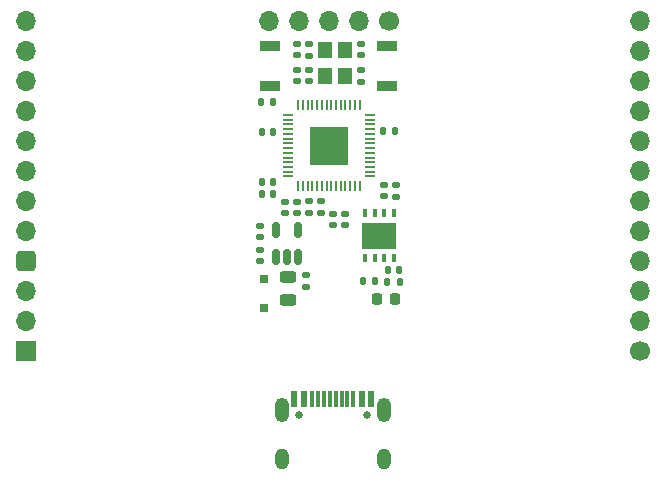
<source format=gbr>
%TF.GenerationSoftware,KiCad,Pcbnew,(7.0.0)*%
%TF.CreationDate,2023-03-31T13:35:02+02:00*%
%TF.ProjectId,rp-micro,72702d6d-6963-4726-9f2e-6b696361645f,1.2*%
%TF.SameCoordinates,Original*%
%TF.FileFunction,Soldermask,Top*%
%TF.FilePolarity,Negative*%
%FSLAX46Y46*%
G04 Gerber Fmt 4.6, Leading zero omitted, Abs format (unit mm)*
G04 Created by KiCad (PCBNEW (7.0.0)) date 2023-03-31 13:35:02*
%MOMM*%
%LPD*%
G01*
G04 APERTURE LIST*
G04 Aperture macros list*
%AMRoundRect*
0 Rectangle with rounded corners*
0 $1 Rounding radius*
0 $2 $3 $4 $5 $6 $7 $8 $9 X,Y pos of 4 corners*
0 Add a 4 corners polygon primitive as box body*
4,1,4,$2,$3,$4,$5,$6,$7,$8,$9,$2,$3,0*
0 Add four circle primitives for the rounded corners*
1,1,$1+$1,$2,$3*
1,1,$1+$1,$4,$5*
1,1,$1+$1,$6,$7*
1,1,$1+$1,$8,$9*
0 Add four rect primitives between the rounded corners*
20,1,$1+$1,$2,$3,$4,$5,0*
20,1,$1+$1,$4,$5,$6,$7,0*
20,1,$1+$1,$6,$7,$8,$9,0*
20,1,$1+$1,$8,$9,$2,$3,0*%
G04 Aperture macros list end*
%ADD10RoundRect,0.140000X-0.140000X-0.170000X0.140000X-0.170000X0.140000X0.170000X-0.140000X0.170000X0*%
%ADD11RoundRect,0.140000X0.140000X0.170000X-0.140000X0.170000X-0.140000X-0.170000X0.140000X-0.170000X0*%
%ADD12R,1.700000X0.900000*%
%ADD13C,1.700000*%
%ADD14O,1.700000X1.700000*%
%ADD15RoundRect,0.140000X0.170000X-0.140000X0.170000X0.140000X-0.170000X0.140000X-0.170000X-0.140000X0*%
%ADD16RoundRect,0.140000X-0.170000X0.140000X-0.170000X-0.140000X0.170000X-0.140000X0.170000X0.140000X0*%
%ADD17R,0.650000X0.750000*%
%ADD18RoundRect,0.218750X0.218750X0.256250X-0.218750X0.256250X-0.218750X-0.256250X0.218750X-0.256250X0*%
%ADD19RoundRect,0.135000X-0.135000X-0.185000X0.135000X-0.185000X0.135000X0.185000X-0.135000X0.185000X0*%
%ADD20RoundRect,0.050000X0.387500X0.050000X-0.387500X0.050000X-0.387500X-0.050000X0.387500X-0.050000X0*%
%ADD21RoundRect,0.050000X0.050000X0.387500X-0.050000X0.387500X-0.050000X-0.387500X0.050000X-0.387500X0*%
%ADD22R,3.200000X3.200000*%
%ADD23C,0.650000*%
%ADD24R,0.600000X1.450000*%
%ADD25R,0.300000X1.450000*%
%ADD26O,1.200000X2.100000*%
%ADD27O,1.200000X1.800000*%
%ADD28RoundRect,0.243750X0.456250X-0.243750X0.456250X0.243750X-0.456250X0.243750X-0.456250X-0.243750X0*%
%ADD29R,1.200000X1.400000*%
%ADD30RoundRect,0.135000X0.185000X-0.135000X0.185000X0.135000X-0.185000X0.135000X-0.185000X-0.135000X0*%
%ADD31RoundRect,0.135000X-0.185000X0.135000X-0.185000X-0.135000X0.185000X-0.135000X0.185000X0.135000X0*%
%ADD32RoundRect,0.150000X0.150000X-0.512500X0.150000X0.512500X-0.150000X0.512500X-0.150000X-0.512500X0*%
%ADD33R,0.400000X0.800000*%
%ADD34R,3.000000X2.300000*%
%ADD35R,1.700000X1.700000*%
%ADD36RoundRect,0.340000X-0.510000X-0.510000X0.510000X-0.510000X0.510000X0.510000X-0.510000X0.510000X0*%
G04 APERTURE END LIST*
D10*
%TO.C,C15*%
X30828779Y-66608386D03*
X31788779Y-66608386D03*
%TD*%
D11*
%TO.C,C8*%
X21120779Y-59115386D03*
X20160779Y-59115386D03*
%TD*%
D12*
%TO.C,SW1*%
X30800778Y-47636385D03*
X30800778Y-51036385D03*
%TD*%
D13*
%TO.C,J3*%
X30922779Y-45526386D03*
D14*
X28382778Y-45526385D03*
X25842778Y-45526385D03*
X23302778Y-45526385D03*
X20762778Y-45526385D03*
%TD*%
D11*
%TO.C,C9*%
X21120779Y-54924386D03*
X20160779Y-54924386D03*
%TD*%
D15*
%TO.C,C14*%
X20005779Y-65818386D03*
X20005779Y-64858386D03*
%TD*%
D16*
%TO.C,C5*%
X27168579Y-61810386D03*
X27168579Y-62770386D03*
%TD*%
D11*
%TO.C,C12*%
X21120779Y-60131386D03*
X20160779Y-60131386D03*
%TD*%
D17*
%TO.C,D1*%
X20386778Y-67309999D03*
X20386778Y-69809999D03*
%TD*%
D18*
%TO.C,LD1*%
X31461279Y-69047693D03*
X29886279Y-69047693D03*
%TD*%
D15*
%TO.C,C4*%
X23104579Y-48427886D03*
X23104579Y-47467886D03*
%TD*%
D19*
%TO.C,R9*%
X30802779Y-67626386D03*
X31822779Y-67626386D03*
%TD*%
D20*
%TO.C,U1*%
X29285279Y-58667386D03*
X29285279Y-58267386D03*
X29285279Y-57867386D03*
X29285279Y-57467386D03*
X29285279Y-57067386D03*
X29285279Y-56667386D03*
X29285279Y-56267386D03*
X29285279Y-55867386D03*
X29285279Y-55467386D03*
X29285279Y-55067386D03*
X29285279Y-54667386D03*
X29285279Y-54267386D03*
X29285279Y-53867386D03*
X29285279Y-53467386D03*
D21*
X28447779Y-52629886D03*
X28047779Y-52629886D03*
X27647779Y-52629886D03*
X27247779Y-52629886D03*
X26847779Y-52629886D03*
X26447779Y-52629886D03*
X26047779Y-52629886D03*
X25647779Y-52629886D03*
X25247779Y-52629886D03*
X24847779Y-52629886D03*
X24447779Y-52629886D03*
X24047779Y-52629886D03*
X23647779Y-52629886D03*
X23247779Y-52629886D03*
D20*
X22410279Y-53467386D03*
X22410279Y-53867386D03*
X22410279Y-54267386D03*
X22410279Y-54667386D03*
X22410279Y-55067386D03*
X22410279Y-55467386D03*
X22410279Y-55867386D03*
X22410279Y-56267386D03*
X22410279Y-56667386D03*
X22410279Y-57067386D03*
X22410279Y-57467386D03*
X22410279Y-57867386D03*
X22410279Y-58267386D03*
X22410279Y-58667386D03*
D21*
X23247779Y-59504886D03*
X23647779Y-59504886D03*
X24047779Y-59504886D03*
X24447779Y-59504886D03*
X24847779Y-59504886D03*
X25247779Y-59504886D03*
X25647779Y-59504886D03*
X26047779Y-59504886D03*
X26447779Y-59504886D03*
X26847779Y-59504886D03*
X27247779Y-59504886D03*
X27647779Y-59504886D03*
X28047779Y-59504886D03*
X28447779Y-59504886D03*
D22*
X25847778Y-56067385D03*
%TD*%
D23*
%TO.C,J1*%
X23272000Y-78904000D03*
X29052000Y-78904000D03*
D24*
X22911999Y-77488999D03*
X23711999Y-77488999D03*
D25*
X24911999Y-77488999D03*
X25911999Y-77488999D03*
X26411999Y-77488999D03*
X27411999Y-77488999D03*
D24*
X28611999Y-77488999D03*
X29411999Y-77488999D03*
X29411999Y-77488999D03*
X28611999Y-77488999D03*
D25*
X27911999Y-77488999D03*
X26911999Y-77488999D03*
X25411999Y-77488999D03*
X24411999Y-77488999D03*
D24*
X23711999Y-77488999D03*
X22911999Y-77488999D03*
D26*
X21836999Y-78403999D03*
D27*
X21836999Y-82583999D03*
D26*
X30486999Y-78403999D03*
D27*
X30486999Y-82583999D03*
%TD*%
D28*
%TO.C,F1*%
X22418779Y-69088000D03*
X22418779Y-67213000D03*
%TD*%
D16*
%TO.C,C7*%
X23104579Y-60794386D03*
X23104579Y-61754386D03*
%TD*%
D29*
%TO.C,Y1*%
X25505778Y-47990885D03*
X25505778Y-50190885D03*
X27205778Y-50190885D03*
X27205778Y-47990885D03*
%TD*%
D19*
%TO.C,R8*%
X20130779Y-52384386D03*
X21150779Y-52384386D03*
%TD*%
D30*
%TO.C,R1*%
X25136579Y-61784386D03*
X25136579Y-60764386D03*
%TD*%
D16*
%TO.C,C11*%
X30546779Y-59397386D03*
X30546779Y-60357386D03*
%TD*%
D12*
%TO.C,SW2*%
X20894778Y-47636385D03*
X20894778Y-51036385D03*
%TD*%
D31*
%TO.C,R5*%
X31562779Y-59367386D03*
X31562779Y-60387386D03*
%TD*%
D30*
%TO.C,R6*%
X23942779Y-68007386D03*
X23942779Y-66987386D03*
%TD*%
D31*
%TO.C,R4*%
X28590979Y-49689986D03*
X28590979Y-50709986D03*
%TD*%
D32*
%TO.C,U3*%
X21341779Y-65459886D03*
X22291779Y-65459886D03*
X23241779Y-65459886D03*
X23241779Y-63184886D03*
X21341779Y-63184886D03*
%TD*%
D15*
%TO.C,C1*%
X23104579Y-50578386D03*
X23104579Y-49618386D03*
%TD*%
D31*
%TO.C,R3*%
X24120579Y-47437886D03*
X24120579Y-48457886D03*
%TD*%
D30*
%TO.C,R2*%
X24120579Y-61784386D03*
X24120579Y-60764386D03*
%TD*%
D16*
%TO.C,C10*%
X26152579Y-61810386D03*
X26152579Y-62770386D03*
%TD*%
D10*
%TO.C,C2*%
X30447779Y-54797386D03*
X31407779Y-54797386D03*
%TD*%
D33*
%TO.C,U2*%
X31314978Y-61787385D03*
X30514978Y-61787385D03*
X29714978Y-61787385D03*
X28914978Y-61787385D03*
X28914978Y-65587385D03*
X29714978Y-65587385D03*
X30514978Y-65587385D03*
X31314978Y-65587385D03*
D34*
X30114978Y-63687385D03*
%TD*%
D16*
%TO.C,C3*%
X28590979Y-47459386D03*
X28590979Y-48419386D03*
%TD*%
D15*
%TO.C,C6*%
X24120579Y-50578386D03*
X24120579Y-49618386D03*
%TD*%
D16*
%TO.C,C13*%
X22088579Y-60794386D03*
X22088579Y-61754386D03*
%TD*%
D15*
%TO.C,C16*%
X20005779Y-63786386D03*
X20005779Y-62826386D03*
%TD*%
D19*
%TO.C,R7*%
X28766779Y-67523693D03*
X29786779Y-67523693D03*
%TD*%
D35*
%TO.C,J4*%
X190499Y-73466747D03*
D14*
X190499Y-70926747D03*
X190499Y-68386747D03*
D36*
X190500Y-65846748D03*
D14*
X190499Y-63306747D03*
X190499Y-60766747D03*
X190499Y-58226747D03*
X190499Y-55686747D03*
X190499Y-53146747D03*
X190499Y-50606747D03*
X190499Y-48066747D03*
X190499Y-45526747D03*
%TD*%
D13*
%TO.C,J2*%
X52190500Y-73472748D03*
D14*
X52190499Y-70932747D03*
X52190499Y-68392747D03*
X52190499Y-65852747D03*
X52190499Y-63312747D03*
X52190499Y-60772747D03*
X52190499Y-58232747D03*
X52190499Y-55692747D03*
X52190499Y-53152747D03*
X52190499Y-50612747D03*
X52190499Y-48072747D03*
X52190499Y-45532747D03*
%TD*%
M02*

</source>
